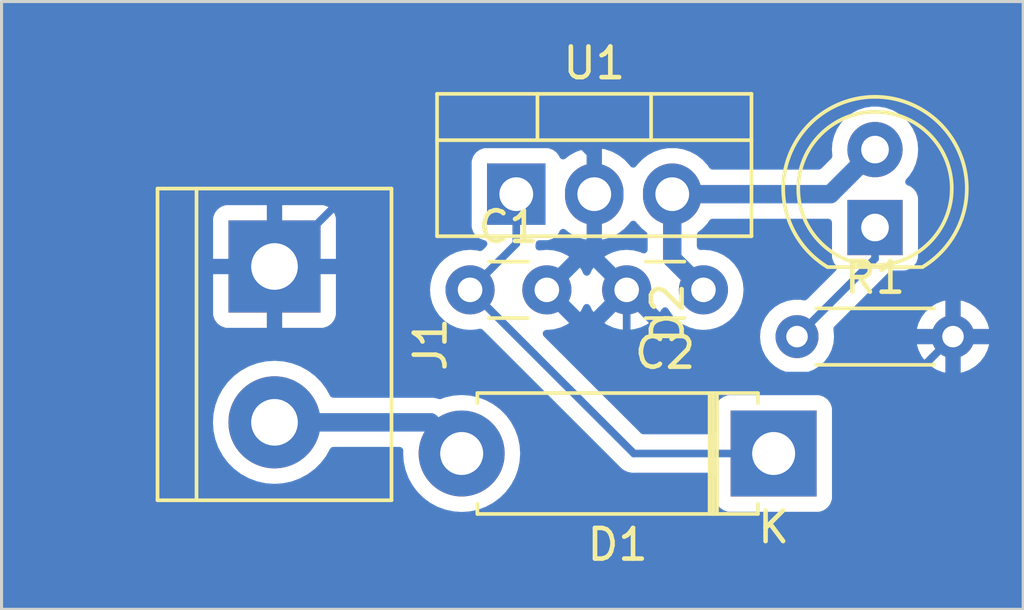
<source format=kicad_pcb>
(kicad_pcb (version 20221018) (generator pcbnew)
  (layers (0 "F.Cu" signal) (31 "B.Cu" signal) (34 "B.Paste" user) (35 "F.Paste" user) (36 "B.SilkS" user "B.Silkscreen") (37 "F.SilkS" user "F.Silkscreen") (38 "B.Mask" user) (39 "F.Mask" user) (44 "Edge.Cuts" user))
  (net 0 "")
  (net 1 "Net-(D1-K)")
  (net 2 "GND")
  (net 3 "+5V")
  (net 4 "+9V")
  (net 5 "Net-(D2-K)")
  (footprint "TerminalBlock:TerminalBlock_bornier-2_P5.08mm" (layer "F.Cu") (at 51.816 75.692 -90)
    (fp_text reference "J1" (at 2.54 -5.08 90) (layer "F.SilkS"))
    (fp_text value "Screw_Terminal_01x02")
    (fp_line (start -2.54 -3.81) (end -2.54 3.81) (stroke (width 0.12)) (layer "F.SilkS"))
    (fp_line (start -2.54 3.81) (end 7.62 3.81) (stroke (width 0.12)) (layer "F.SilkS"))
    (fp_line (start 7.62 -3.81) (end -2.54 -3.81) (stroke (width 0.12)) (layer "F.SilkS"))
    (fp_line (start 7.62 2.54) (end -2.54 2.54) (stroke (width 0.12)) (layer "F.SilkS"))
    (fp_line (start 7.62 3.81) (end 7.62 -3.81) (stroke (width 0.12)) (layer "F.SilkS"))
    (pad "1" thru_hole rect (at 0 0 270) (size 3 3) (drill 1.52) (layers "*.Cu" "*.Mask") (net 2 "GND"))
    (pad "2" thru_hole circle (at 5.08 0 270) (size 3 3) (drill 1.52) (layers "*.Cu" "*.Mask") (net 4 "+9V"))
  )
  (footprint "Package_TO_SOT_THT:TO-220-3_Vertical" (layer "F.Cu") (at 59.69 73.335)
    (fp_text reference "U1" (at 2.54 -4.27) (layer "F.SilkS"))
    (fp_text value "L7805")
    (fp_line (start -2.58 -3.27) (end -2.58 1.371) (stroke (width 0.12)) (layer "F.SilkS"))
    (fp_line (start -2.58 -3.27) (end 7.66 -3.27) (stroke (width 0.12)) (layer "F.SilkS"))
    (fp_line (start -2.58 -1.76) (end 7.66 -1.76) (stroke (width 0.12)) (layer "F.SilkS"))
    (fp_line (start -2.58 1.371) (end 7.66 1.371) (stroke (width 0.12)) (layer "F.SilkS"))
    (fp_line (start 0.69 -3.27) (end 0.69 -1.76) (stroke (width 0.12)) (layer "F.SilkS"))
    (fp_line (start 4.391 -3.27) (end 4.391 -1.76) (stroke (width 0.12)) (layer "F.SilkS"))
    (fp_line (start 7.66 -3.27) (end 7.66 1.371) (stroke (width 0.12)) (layer "F.SilkS"))
    (pad "1" thru_hole rect (at 0 0) (size 1.905 2) (drill 1.1) (layers "*.Cu" "*.Mask") (net 1 "Net-(D1-K)"))
    (pad "2" thru_hole oval (at 2.54 0) (size 1.905 2) (drill 1.1) (layers "*.Cu" "*.Mask") (net 2 "GND"))
    (pad "3" thru_hole oval (at 5.08 0) (size 1.905 2) (drill 1.1) (layers "*.Cu" "*.Mask") (net 3 "+5V"))
  )
  (footprint "Resistor_THT:R_Axial_DIN0204_L3.6mm_D1.6mm_P5.08mm_Horizontal" (layer "F.Cu") (at 68.834 77.978)
    (fp_text reference "R1" (at 2.54 -1.92) (layer "F.SilkS"))
    (fp_text value "R")
    (fp_line (start 0.62 -0.92) (end 4.46 -0.92) (stroke (width 0.12)) (layer "F.SilkS"))
    (fp_line (start 0.62 0.92) (end 4.46 0.92) (stroke (width 0.12)) (layer "F.SilkS"))
    (pad "1" thru_hole circle (at 0 0) (size 1.4 1.4) (drill 0.7) (layers "*.Cu" "*.Mask") (net 5 "Net-(D2-K)"))
    (pad "2" thru_hole oval (at 5.08 0) (size 1.4 1.4) (drill 0.7) (layers "*.Cu" "*.Mask") (net 2 "GND"))
  )
  (footprint "Capacitor_THT:C_Disc_D3.0mm_W1.6mm_P2.50mm" (layer "F.Cu") (at 65.786 76.454 180)
    (fp_text reference "C2" (at 1.25 -2.05) (layer "F.SilkS"))
    (fp_text value "C")
    (fp_line (start 0.621 -0.92) (end 1.879 -0.92) (stroke (width 0.12)) (layer "F.SilkS"))
    (fp_line (start 0.621 0.92) (end 1.879 0.92) (stroke (width 0.12)) (layer "F.SilkS"))
    (pad "1" thru_hole circle (at 0 0 180) (size 1.6 1.6) (drill 0.8) (layers "*.Cu" "*.Mask") (net 3 "+5V"))
    (pad "2" thru_hole circle (at 2.5 0 180) (size 1.6 1.6) (drill 0.8) (layers "*.Cu" "*.Mask") (net 2 "GND"))
  )
  (footprint "Capacitor_THT:C_Disc_D3.0mm_W1.6mm_P2.50mm" (layer "F.Cu") (at 58.186 76.454)
    (fp_text reference "C1" (at 1.25 -2.05) (layer "F.SilkS"))
    (fp_text value "C")
    (fp_line (start 0.621 -0.92) (end 1.879 -0.92) (stroke (width 0.12)) (layer "F.SilkS"))
    (fp_line (start 0.621 0.92) (end 1.879 0.92) (stroke (width 0.12)) (layer "F.SilkS"))
    (pad "1" thru_hole circle (at 0 0) (size 1.6 1.6) (drill 0.8) (layers "*.Cu" "*.Mask") (net 1 "Net-(D1-K)"))
    (pad "2" thru_hole circle (at 2.5 0) (size 1.6 1.6) (drill 0.8) (layers "*.Cu" "*.Mask") (net 2 "GND"))
  )
  (footprint "Diode_THT:D_5W_P10.16mm_Horizontal" (layer "F.Cu") (at 68.072 81.788 180)
    (fp_text reference "D1" (at 5.08 -2.97) (layer "F.SilkS"))
    (fp_text value "D")
    (fp_text user "K" (at 0 -2.4) (layer "F.SilkS"))
    (fp_line (start 0.51 -1.97) (end 9.65 -1.97) (stroke (width 0.12)) (layer "F.SilkS"))
    (fp_line (start 0.51 -1.64) (end 0.51 -1.97) (stroke (width 0.12)) (layer "F.SilkS"))
    (fp_line (start 0.51 1.64) (end 0.51 1.97) (stroke (width 0.12)) (layer "F.SilkS"))
    (fp_line (start 0.51 1.97) (end 9.65 1.97) (stroke (width 0.12)) (layer "F.SilkS"))
    (fp_line (start 1.845 -1.97) (end 1.845 1.97) (stroke (width 0.12)) (layer "F.SilkS"))
    (fp_line (start 1.965 -1.97) (end 1.965 1.97) (stroke (width 0.12)) (layer "F.SilkS"))
    (fp_line (start 2.085 -1.97) (end 2.085 1.97) (stroke (width 0.12)) (layer "F.SilkS"))
    (fp_line (start 9.65 -1.97) (end 9.65 -1.64) (stroke (width 0.12)) (layer "F.SilkS"))
    (fp_line (start 9.65 1.97) (end 9.65 1.64) (stroke (width 0.12)) (layer "F.SilkS"))
    (pad "1" thru_hole rect (at 0 0 180) (size 2.8 2.8) (drill 1.4) (layers "*.Cu" "*.Mask") (net 1 "Net-(D1-K)"))
    (pad "2" thru_hole oval (at 10.16 0 180) (size 2.8 2.8) (drill 1.4) (layers "*.Cu" "*.Mask") (net 4 "+9V"))
  )
  (footprint "LED_THT:LED_D5.0mm" (layer "F.Cu") (at 71.374 74.422 90)
    (fp_text reference "D2" (at -2.794 -6.754 90) (layer "F.SilkS"))
    (fp_text value "LED")
    (fp_line (start -1.29 -1.545) (end -1.29 1.545) (stroke (width 0.12)) (layer "F.SilkS"))
    (fp_arc (start -1.29 -1.54483) (mid 2.072002 -2.880433) (end 4.26 0.000462) (stroke (width 0.12)) (layer "F.SilkS"))
    (fp_arc (start 4.26 -0.000462) (mid 2.072002 2.880433) (end -1.29 1.54483) (stroke (width 0.12)) (layer "F.SilkS"))
    (fp_circle (center 1.27 0) (end 3.77 0) (stroke (width 0.12)) (fill none) (layer "F.SilkS"))
    (pad "1" thru_hole rect (at 0 0 90) (size 1.8 1.8) (drill 0.9) (layers "*.Cu" "*.Mask") (net 5 "Net-(D2-K)"))
    (pad "2" thru_hole circle (at 2.54 0 90) (size 1.8 1.8) (drill 0.9) (layers "*.Cu" "*.Mask") (net 3 "+5V"))
  )
  (gr_rect (start 42.926 67.056) (end 76.2 86.868) (stroke (width 0.1)) (fill none) (layer "Edge.Cuts"))
  (segment (start 63.52 81.788) (end 58.186 76.454) (width 0.25) (layer "B.Cu") (net 1))
  (segment (start 59.69 73.335) (end 59.69 74.95) (width 0.25) (layer "B.Cu") (net 1))
  (segment (start 68.072 81.788) (end 63.52 81.788) (width 0.25) (layer "B.Cu") (net 1))
  (segment (start 59.69 74.95) (end 58.186 76.454) (width 0.25) (layer "B.Cu") (net 1))
  (segment (start 62.23 75.398) (end 63.286 76.454) (width 0.25) (layer "B.Cu") (net 2))
  (segment (start 62.23 73.335) (end 62.23 75.398) (width 0.25) (layer "B.Cu") (net 2))
  (segment (start 62.23 72.136) (end 60.96 70.866) (width 0.25) (layer "B.Cu") (net 2))
  (segment (start 62.23 75.398) (end 61.742 75.398) (width 0.25) (layer "B.Cu") (net 2))
  (segment (start 62.23 73.335) (end 62.23 72.136) (width 0.25) (layer "B.Cu") (net 2))
  (segment (start 56.642 70.866) (end 51.816 75.692) (width 0.25) (layer "B.Cu") (net 2))
  (segment (start 60.96 70.866) (end 56.642 70.866) (width 0.25) (layer "B.Cu") (net 2))
  (segment (start 73.914 77.978) (end 72.644 79.248) (width 0.25) (layer "B.Cu") (net 2))
  (segment (start 61.742 75.398) (end 60.686 76.454) (width 0.25) (layer "B.Cu") (net 2))
  (segment (start 63.286 79.034) (end 63.286 76.454) (width 0.25) (layer "B.Cu") (net 2))
  (segment (start 72.644 79.248) (end 63.5 79.248) (width 0.25) (layer "B.Cu") (net 2))
  (segment (start 63.5 79.248) (end 63.286 79.034) (width 0.25) (layer "B.Cu") (net 2))
  (segment (start 64.77 73.335) (end 64.77 75.438) (width 0.6) (layer "B.Cu") (net 3))
  (segment (start 64.77 75.438) (end 65.786 76.454) (width 0.6) (layer "B.Cu") (net 3))
  (segment (start 69.921 73.335) (end 71.374 71.882) (width 0.6) (layer "B.Cu") (net 3))
  (segment (start 64.77 73.335) (end 69.921 73.335) (width 0.6) (layer "B.Cu") (net 3))
  (segment (start 51.816 80.772) (end 56.896 80.772) (width 0.6) (layer "B.Cu") (net 4))
  (segment (start 56.896 80.772) (end 57.912 81.788) (width 0.6) (layer "B.Cu") (net 4))
  (segment (start 71.374 74.422) (end 71.374 75.438) (width 0.25) (layer "B.Cu") (net 5))
  (segment (start 71.374 75.438) (end 68.834 77.978) (width 0.25) (layer "B.Cu") (net 5))
  (zone (net 2) (net_name "GND") (layer "B.Cu") (connect_pads (clearance 0.5)) (min_thickness 0.25) (fill yes (thermal_gap 0.5) (thermal_bridge_width 0.5))
    (polygon (pts (xy 42.926 67.056) (xy 76.2 67.056) (xy 76.2 86.868) (xy 42.926 86.868)))
  )
)
</source>
